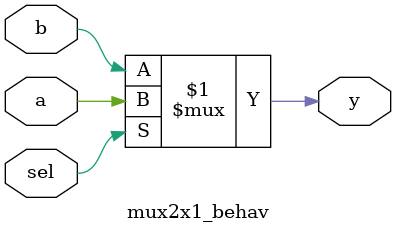
<source format=v>
/* Primeiro exemplo Verilog */
// Multiplexador 2x1
module mux2x1_behav(a, b, sel, y);
 input a, b, sel; // Entradas
 output y; // Saída
 assign y = (sel) ? a : b;
endmodule
</source>
